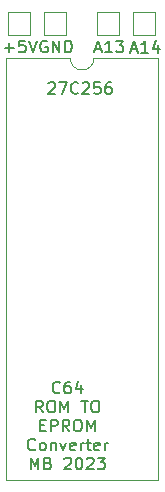
<source format=gbr>
%TF.GenerationSoftware,KiCad,Pcbnew,7.0.6*%
%TF.CreationDate,2023-08-02T16:45:22+10:00*%
%TF.ProjectId,c64 rom,63363420-726f-46d2-9e6b-696361645f70,rev?*%
%TF.SameCoordinates,Original*%
%TF.FileFunction,Legend,Top*%
%TF.FilePolarity,Positive*%
%FSLAX46Y46*%
G04 Gerber Fmt 4.6, Leading zero omitted, Abs format (unit mm)*
G04 Created by KiCad (PCBNEW 7.0.6) date 2023-08-02 16:45:22*
%MOMM*%
%LPD*%
G01*
G04 APERTURE LIST*
%ADD10C,0.150000*%
%ADD11C,0.120000*%
G04 APERTURE END LIST*
D10*
X81155241Y-68452893D02*
X81107622Y-68500513D01*
X81107622Y-68500513D02*
X80964765Y-68548132D01*
X80964765Y-68548132D02*
X80869527Y-68548132D01*
X80869527Y-68548132D02*
X80726670Y-68500513D01*
X80726670Y-68500513D02*
X80631432Y-68405274D01*
X80631432Y-68405274D02*
X80583813Y-68310036D01*
X80583813Y-68310036D02*
X80536194Y-68119560D01*
X80536194Y-68119560D02*
X80536194Y-67976703D01*
X80536194Y-67976703D02*
X80583813Y-67786227D01*
X80583813Y-67786227D02*
X80631432Y-67690989D01*
X80631432Y-67690989D02*
X80726670Y-67595751D01*
X80726670Y-67595751D02*
X80869527Y-67548132D01*
X80869527Y-67548132D02*
X80964765Y-67548132D01*
X80964765Y-67548132D02*
X81107622Y-67595751D01*
X81107622Y-67595751D02*
X81155241Y-67643370D01*
X82012384Y-67548132D02*
X81821908Y-67548132D01*
X81821908Y-67548132D02*
X81726670Y-67595751D01*
X81726670Y-67595751D02*
X81679051Y-67643370D01*
X81679051Y-67643370D02*
X81583813Y-67786227D01*
X81583813Y-67786227D02*
X81536194Y-67976703D01*
X81536194Y-67976703D02*
X81536194Y-68357655D01*
X81536194Y-68357655D02*
X81583813Y-68452893D01*
X81583813Y-68452893D02*
X81631432Y-68500513D01*
X81631432Y-68500513D02*
X81726670Y-68548132D01*
X81726670Y-68548132D02*
X81917146Y-68548132D01*
X81917146Y-68548132D02*
X82012384Y-68500513D01*
X82012384Y-68500513D02*
X82060003Y-68452893D01*
X82060003Y-68452893D02*
X82107622Y-68357655D01*
X82107622Y-68357655D02*
X82107622Y-68119560D01*
X82107622Y-68119560D02*
X82060003Y-68024322D01*
X82060003Y-68024322D02*
X82012384Y-67976703D01*
X82012384Y-67976703D02*
X81917146Y-67929084D01*
X81917146Y-67929084D02*
X81726670Y-67929084D01*
X81726670Y-67929084D02*
X81631432Y-67976703D01*
X81631432Y-67976703D02*
X81583813Y-68024322D01*
X81583813Y-68024322D02*
X81536194Y-68119560D01*
X82964765Y-67881465D02*
X82964765Y-68548132D01*
X82726670Y-67500513D02*
X82488575Y-68214798D01*
X82488575Y-68214798D02*
X83107622Y-68214798D01*
X79726670Y-70158132D02*
X79393337Y-69681941D01*
X79155242Y-70158132D02*
X79155242Y-69158132D01*
X79155242Y-69158132D02*
X79536194Y-69158132D01*
X79536194Y-69158132D02*
X79631432Y-69205751D01*
X79631432Y-69205751D02*
X79679051Y-69253370D01*
X79679051Y-69253370D02*
X79726670Y-69348608D01*
X79726670Y-69348608D02*
X79726670Y-69491465D01*
X79726670Y-69491465D02*
X79679051Y-69586703D01*
X79679051Y-69586703D02*
X79631432Y-69634322D01*
X79631432Y-69634322D02*
X79536194Y-69681941D01*
X79536194Y-69681941D02*
X79155242Y-69681941D01*
X80345718Y-69158132D02*
X80536194Y-69158132D01*
X80536194Y-69158132D02*
X80631432Y-69205751D01*
X80631432Y-69205751D02*
X80726670Y-69300989D01*
X80726670Y-69300989D02*
X80774289Y-69491465D01*
X80774289Y-69491465D02*
X80774289Y-69824798D01*
X80774289Y-69824798D02*
X80726670Y-70015274D01*
X80726670Y-70015274D02*
X80631432Y-70110513D01*
X80631432Y-70110513D02*
X80536194Y-70158132D01*
X80536194Y-70158132D02*
X80345718Y-70158132D01*
X80345718Y-70158132D02*
X80250480Y-70110513D01*
X80250480Y-70110513D02*
X80155242Y-70015274D01*
X80155242Y-70015274D02*
X80107623Y-69824798D01*
X80107623Y-69824798D02*
X80107623Y-69491465D01*
X80107623Y-69491465D02*
X80155242Y-69300989D01*
X80155242Y-69300989D02*
X80250480Y-69205751D01*
X80250480Y-69205751D02*
X80345718Y-69158132D01*
X81202861Y-70158132D02*
X81202861Y-69158132D01*
X81202861Y-69158132D02*
X81536194Y-69872417D01*
X81536194Y-69872417D02*
X81869527Y-69158132D01*
X81869527Y-69158132D02*
X81869527Y-70158132D01*
X82964766Y-69158132D02*
X83536194Y-69158132D01*
X83250480Y-70158132D02*
X83250480Y-69158132D01*
X84060004Y-69158132D02*
X84250480Y-69158132D01*
X84250480Y-69158132D02*
X84345718Y-69205751D01*
X84345718Y-69205751D02*
X84440956Y-69300989D01*
X84440956Y-69300989D02*
X84488575Y-69491465D01*
X84488575Y-69491465D02*
X84488575Y-69824798D01*
X84488575Y-69824798D02*
X84440956Y-70015274D01*
X84440956Y-70015274D02*
X84345718Y-70110513D01*
X84345718Y-70110513D02*
X84250480Y-70158132D01*
X84250480Y-70158132D02*
X84060004Y-70158132D01*
X84060004Y-70158132D02*
X83964766Y-70110513D01*
X83964766Y-70110513D02*
X83869528Y-70015274D01*
X83869528Y-70015274D02*
X83821909Y-69824798D01*
X83821909Y-69824798D02*
X83821909Y-69491465D01*
X83821909Y-69491465D02*
X83869528Y-69300989D01*
X83869528Y-69300989D02*
X83964766Y-69205751D01*
X83964766Y-69205751D02*
X84060004Y-69158132D01*
X79488575Y-71244322D02*
X79821908Y-71244322D01*
X79964765Y-71768132D02*
X79488575Y-71768132D01*
X79488575Y-71768132D02*
X79488575Y-70768132D01*
X79488575Y-70768132D02*
X79964765Y-70768132D01*
X80393337Y-71768132D02*
X80393337Y-70768132D01*
X80393337Y-70768132D02*
X80774289Y-70768132D01*
X80774289Y-70768132D02*
X80869527Y-70815751D01*
X80869527Y-70815751D02*
X80917146Y-70863370D01*
X80917146Y-70863370D02*
X80964765Y-70958608D01*
X80964765Y-70958608D02*
X80964765Y-71101465D01*
X80964765Y-71101465D02*
X80917146Y-71196703D01*
X80917146Y-71196703D02*
X80869527Y-71244322D01*
X80869527Y-71244322D02*
X80774289Y-71291941D01*
X80774289Y-71291941D02*
X80393337Y-71291941D01*
X81964765Y-71768132D02*
X81631432Y-71291941D01*
X81393337Y-71768132D02*
X81393337Y-70768132D01*
X81393337Y-70768132D02*
X81774289Y-70768132D01*
X81774289Y-70768132D02*
X81869527Y-70815751D01*
X81869527Y-70815751D02*
X81917146Y-70863370D01*
X81917146Y-70863370D02*
X81964765Y-70958608D01*
X81964765Y-70958608D02*
X81964765Y-71101465D01*
X81964765Y-71101465D02*
X81917146Y-71196703D01*
X81917146Y-71196703D02*
X81869527Y-71244322D01*
X81869527Y-71244322D02*
X81774289Y-71291941D01*
X81774289Y-71291941D02*
X81393337Y-71291941D01*
X82583813Y-70768132D02*
X82774289Y-70768132D01*
X82774289Y-70768132D02*
X82869527Y-70815751D01*
X82869527Y-70815751D02*
X82964765Y-70910989D01*
X82964765Y-70910989D02*
X83012384Y-71101465D01*
X83012384Y-71101465D02*
X83012384Y-71434798D01*
X83012384Y-71434798D02*
X82964765Y-71625274D01*
X82964765Y-71625274D02*
X82869527Y-71720513D01*
X82869527Y-71720513D02*
X82774289Y-71768132D01*
X82774289Y-71768132D02*
X82583813Y-71768132D01*
X82583813Y-71768132D02*
X82488575Y-71720513D01*
X82488575Y-71720513D02*
X82393337Y-71625274D01*
X82393337Y-71625274D02*
X82345718Y-71434798D01*
X82345718Y-71434798D02*
X82345718Y-71101465D01*
X82345718Y-71101465D02*
X82393337Y-70910989D01*
X82393337Y-70910989D02*
X82488575Y-70815751D01*
X82488575Y-70815751D02*
X82583813Y-70768132D01*
X83440956Y-71768132D02*
X83440956Y-70768132D01*
X83440956Y-70768132D02*
X83774289Y-71482417D01*
X83774289Y-71482417D02*
X84107622Y-70768132D01*
X84107622Y-70768132D02*
X84107622Y-71768132D01*
X79060002Y-73282893D02*
X79012383Y-73330513D01*
X79012383Y-73330513D02*
X78869526Y-73378132D01*
X78869526Y-73378132D02*
X78774288Y-73378132D01*
X78774288Y-73378132D02*
X78631431Y-73330513D01*
X78631431Y-73330513D02*
X78536193Y-73235274D01*
X78536193Y-73235274D02*
X78488574Y-73140036D01*
X78488574Y-73140036D02*
X78440955Y-72949560D01*
X78440955Y-72949560D02*
X78440955Y-72806703D01*
X78440955Y-72806703D02*
X78488574Y-72616227D01*
X78488574Y-72616227D02*
X78536193Y-72520989D01*
X78536193Y-72520989D02*
X78631431Y-72425751D01*
X78631431Y-72425751D02*
X78774288Y-72378132D01*
X78774288Y-72378132D02*
X78869526Y-72378132D01*
X78869526Y-72378132D02*
X79012383Y-72425751D01*
X79012383Y-72425751D02*
X79060002Y-72473370D01*
X79631431Y-73378132D02*
X79536193Y-73330513D01*
X79536193Y-73330513D02*
X79488574Y-73282893D01*
X79488574Y-73282893D02*
X79440955Y-73187655D01*
X79440955Y-73187655D02*
X79440955Y-72901941D01*
X79440955Y-72901941D02*
X79488574Y-72806703D01*
X79488574Y-72806703D02*
X79536193Y-72759084D01*
X79536193Y-72759084D02*
X79631431Y-72711465D01*
X79631431Y-72711465D02*
X79774288Y-72711465D01*
X79774288Y-72711465D02*
X79869526Y-72759084D01*
X79869526Y-72759084D02*
X79917145Y-72806703D01*
X79917145Y-72806703D02*
X79964764Y-72901941D01*
X79964764Y-72901941D02*
X79964764Y-73187655D01*
X79964764Y-73187655D02*
X79917145Y-73282893D01*
X79917145Y-73282893D02*
X79869526Y-73330513D01*
X79869526Y-73330513D02*
X79774288Y-73378132D01*
X79774288Y-73378132D02*
X79631431Y-73378132D01*
X80393336Y-72711465D02*
X80393336Y-73378132D01*
X80393336Y-72806703D02*
X80440955Y-72759084D01*
X80440955Y-72759084D02*
X80536193Y-72711465D01*
X80536193Y-72711465D02*
X80679050Y-72711465D01*
X80679050Y-72711465D02*
X80774288Y-72759084D01*
X80774288Y-72759084D02*
X80821907Y-72854322D01*
X80821907Y-72854322D02*
X80821907Y-73378132D01*
X81202860Y-72711465D02*
X81440955Y-73378132D01*
X81440955Y-73378132D02*
X81679050Y-72711465D01*
X82440955Y-73330513D02*
X82345717Y-73378132D01*
X82345717Y-73378132D02*
X82155241Y-73378132D01*
X82155241Y-73378132D02*
X82060003Y-73330513D01*
X82060003Y-73330513D02*
X82012384Y-73235274D01*
X82012384Y-73235274D02*
X82012384Y-72854322D01*
X82012384Y-72854322D02*
X82060003Y-72759084D01*
X82060003Y-72759084D02*
X82155241Y-72711465D01*
X82155241Y-72711465D02*
X82345717Y-72711465D01*
X82345717Y-72711465D02*
X82440955Y-72759084D01*
X82440955Y-72759084D02*
X82488574Y-72854322D01*
X82488574Y-72854322D02*
X82488574Y-72949560D01*
X82488574Y-72949560D02*
X82012384Y-73044798D01*
X82917146Y-73378132D02*
X82917146Y-72711465D01*
X82917146Y-72901941D02*
X82964765Y-72806703D01*
X82964765Y-72806703D02*
X83012384Y-72759084D01*
X83012384Y-72759084D02*
X83107622Y-72711465D01*
X83107622Y-72711465D02*
X83202860Y-72711465D01*
X83393337Y-72711465D02*
X83774289Y-72711465D01*
X83536194Y-72378132D02*
X83536194Y-73235274D01*
X83536194Y-73235274D02*
X83583813Y-73330513D01*
X83583813Y-73330513D02*
X83679051Y-73378132D01*
X83679051Y-73378132D02*
X83774289Y-73378132D01*
X84488575Y-73330513D02*
X84393337Y-73378132D01*
X84393337Y-73378132D02*
X84202861Y-73378132D01*
X84202861Y-73378132D02*
X84107623Y-73330513D01*
X84107623Y-73330513D02*
X84060004Y-73235274D01*
X84060004Y-73235274D02*
X84060004Y-72854322D01*
X84060004Y-72854322D02*
X84107623Y-72759084D01*
X84107623Y-72759084D02*
X84202861Y-72711465D01*
X84202861Y-72711465D02*
X84393337Y-72711465D01*
X84393337Y-72711465D02*
X84488575Y-72759084D01*
X84488575Y-72759084D02*
X84536194Y-72854322D01*
X84536194Y-72854322D02*
X84536194Y-72949560D01*
X84536194Y-72949560D02*
X84060004Y-73044798D01*
X84964766Y-73378132D02*
X84964766Y-72711465D01*
X84964766Y-72901941D02*
X85012385Y-72806703D01*
X85012385Y-72806703D02*
X85060004Y-72759084D01*
X85060004Y-72759084D02*
X85155242Y-72711465D01*
X85155242Y-72711465D02*
X85250480Y-72711465D01*
X78679051Y-74988132D02*
X78679051Y-73988132D01*
X78679051Y-73988132D02*
X79012384Y-74702417D01*
X79012384Y-74702417D02*
X79345717Y-73988132D01*
X79345717Y-73988132D02*
X79345717Y-74988132D01*
X80155241Y-74464322D02*
X80298098Y-74511941D01*
X80298098Y-74511941D02*
X80345717Y-74559560D01*
X80345717Y-74559560D02*
X80393336Y-74654798D01*
X80393336Y-74654798D02*
X80393336Y-74797655D01*
X80393336Y-74797655D02*
X80345717Y-74892893D01*
X80345717Y-74892893D02*
X80298098Y-74940513D01*
X80298098Y-74940513D02*
X80202860Y-74988132D01*
X80202860Y-74988132D02*
X79821908Y-74988132D01*
X79821908Y-74988132D02*
X79821908Y-73988132D01*
X79821908Y-73988132D02*
X80155241Y-73988132D01*
X80155241Y-73988132D02*
X80250479Y-74035751D01*
X80250479Y-74035751D02*
X80298098Y-74083370D01*
X80298098Y-74083370D02*
X80345717Y-74178608D01*
X80345717Y-74178608D02*
X80345717Y-74273846D01*
X80345717Y-74273846D02*
X80298098Y-74369084D01*
X80298098Y-74369084D02*
X80250479Y-74416703D01*
X80250479Y-74416703D02*
X80155241Y-74464322D01*
X80155241Y-74464322D02*
X79821908Y-74464322D01*
X81536194Y-74083370D02*
X81583813Y-74035751D01*
X81583813Y-74035751D02*
X81679051Y-73988132D01*
X81679051Y-73988132D02*
X81917146Y-73988132D01*
X81917146Y-73988132D02*
X82012384Y-74035751D01*
X82012384Y-74035751D02*
X82060003Y-74083370D01*
X82060003Y-74083370D02*
X82107622Y-74178608D01*
X82107622Y-74178608D02*
X82107622Y-74273846D01*
X82107622Y-74273846D02*
X82060003Y-74416703D01*
X82060003Y-74416703D02*
X81488575Y-74988132D01*
X81488575Y-74988132D02*
X82107622Y-74988132D01*
X82726670Y-73988132D02*
X82821908Y-73988132D01*
X82821908Y-73988132D02*
X82917146Y-74035751D01*
X82917146Y-74035751D02*
X82964765Y-74083370D01*
X82964765Y-74083370D02*
X83012384Y-74178608D01*
X83012384Y-74178608D02*
X83060003Y-74369084D01*
X83060003Y-74369084D02*
X83060003Y-74607179D01*
X83060003Y-74607179D02*
X83012384Y-74797655D01*
X83012384Y-74797655D02*
X82964765Y-74892893D01*
X82964765Y-74892893D02*
X82917146Y-74940513D01*
X82917146Y-74940513D02*
X82821908Y-74988132D01*
X82821908Y-74988132D02*
X82726670Y-74988132D01*
X82726670Y-74988132D02*
X82631432Y-74940513D01*
X82631432Y-74940513D02*
X82583813Y-74892893D01*
X82583813Y-74892893D02*
X82536194Y-74797655D01*
X82536194Y-74797655D02*
X82488575Y-74607179D01*
X82488575Y-74607179D02*
X82488575Y-74369084D01*
X82488575Y-74369084D02*
X82536194Y-74178608D01*
X82536194Y-74178608D02*
X82583813Y-74083370D01*
X82583813Y-74083370D02*
X82631432Y-74035751D01*
X82631432Y-74035751D02*
X82726670Y-73988132D01*
X83440956Y-74083370D02*
X83488575Y-74035751D01*
X83488575Y-74035751D02*
X83583813Y-73988132D01*
X83583813Y-73988132D02*
X83821908Y-73988132D01*
X83821908Y-73988132D02*
X83917146Y-74035751D01*
X83917146Y-74035751D02*
X83964765Y-74083370D01*
X83964765Y-74083370D02*
X84012384Y-74178608D01*
X84012384Y-74178608D02*
X84012384Y-74273846D01*
X84012384Y-74273846D02*
X83964765Y-74416703D01*
X83964765Y-74416703D02*
X83393337Y-74988132D01*
X83393337Y-74988132D02*
X84012384Y-74988132D01*
X84345718Y-73988132D02*
X84964765Y-73988132D01*
X84964765Y-73988132D02*
X84631432Y-74369084D01*
X84631432Y-74369084D02*
X84774289Y-74369084D01*
X84774289Y-74369084D02*
X84869527Y-74416703D01*
X84869527Y-74416703D02*
X84917146Y-74464322D01*
X84917146Y-74464322D02*
X84964765Y-74559560D01*
X84964765Y-74559560D02*
X84964765Y-74797655D01*
X84964765Y-74797655D02*
X84917146Y-74892893D01*
X84917146Y-74892893D02*
X84869527Y-74940513D01*
X84869527Y-74940513D02*
X84774289Y-74988132D01*
X84774289Y-74988132D02*
X84488575Y-74988132D01*
X84488575Y-74988132D02*
X84393337Y-74940513D01*
X84393337Y-74940513D02*
X84345718Y-74892893D01*
X87206271Y-39403261D02*
X87682461Y-39403261D01*
X87111033Y-39688976D02*
X87444366Y-38688976D01*
X87444366Y-38688976D02*
X87777699Y-39688976D01*
X88634842Y-39688976D02*
X88063414Y-39688976D01*
X88349128Y-39688976D02*
X88349128Y-38688976D01*
X88349128Y-38688976D02*
X88253890Y-38831833D01*
X88253890Y-38831833D02*
X88158652Y-38927071D01*
X88158652Y-38927071D02*
X88063414Y-38974690D01*
X89491985Y-39022309D02*
X89491985Y-39688976D01*
X89253890Y-38641357D02*
X89015795Y-39355642D01*
X89015795Y-39355642D02*
X89634842Y-39355642D01*
X80068842Y-38727495D02*
X79973604Y-38679876D01*
X79973604Y-38679876D02*
X79830747Y-38679876D01*
X79830747Y-38679876D02*
X79687890Y-38727495D01*
X79687890Y-38727495D02*
X79592652Y-38822733D01*
X79592652Y-38822733D02*
X79545033Y-38917971D01*
X79545033Y-38917971D02*
X79497414Y-39108447D01*
X79497414Y-39108447D02*
X79497414Y-39251304D01*
X79497414Y-39251304D02*
X79545033Y-39441780D01*
X79545033Y-39441780D02*
X79592652Y-39537018D01*
X79592652Y-39537018D02*
X79687890Y-39632257D01*
X79687890Y-39632257D02*
X79830747Y-39679876D01*
X79830747Y-39679876D02*
X79925985Y-39679876D01*
X79925985Y-39679876D02*
X80068842Y-39632257D01*
X80068842Y-39632257D02*
X80116461Y-39584637D01*
X80116461Y-39584637D02*
X80116461Y-39251304D01*
X80116461Y-39251304D02*
X79925985Y-39251304D01*
X80545033Y-39679876D02*
X80545033Y-38679876D01*
X80545033Y-38679876D02*
X81116461Y-39679876D01*
X81116461Y-39679876D02*
X81116461Y-38679876D01*
X81592652Y-39679876D02*
X81592652Y-38679876D01*
X81592652Y-38679876D02*
X81830747Y-38679876D01*
X81830747Y-38679876D02*
X81973604Y-38727495D01*
X81973604Y-38727495D02*
X82068842Y-38822733D01*
X82068842Y-38822733D02*
X82116461Y-38917971D01*
X82116461Y-38917971D02*
X82164080Y-39108447D01*
X82164080Y-39108447D02*
X82164080Y-39251304D01*
X82164080Y-39251304D02*
X82116461Y-39441780D01*
X82116461Y-39441780D02*
X82068842Y-39537018D01*
X82068842Y-39537018D02*
X81973604Y-39632257D01*
X81973604Y-39632257D02*
X81830747Y-39679876D01*
X81830747Y-39679876D02*
X81592652Y-39679876D01*
X84159171Y-39394161D02*
X84635361Y-39394161D01*
X84063933Y-39679876D02*
X84397266Y-38679876D01*
X84397266Y-38679876D02*
X84730599Y-39679876D01*
X85587742Y-39679876D02*
X85016314Y-39679876D01*
X85302028Y-39679876D02*
X85302028Y-38679876D01*
X85302028Y-38679876D02*
X85206790Y-38822733D01*
X85206790Y-38822733D02*
X85111552Y-38917971D01*
X85111552Y-38917971D02*
X85016314Y-38965590D01*
X85921076Y-38679876D02*
X86540123Y-38679876D01*
X86540123Y-38679876D02*
X86206790Y-39060828D01*
X86206790Y-39060828D02*
X86349647Y-39060828D01*
X86349647Y-39060828D02*
X86444885Y-39108447D01*
X86444885Y-39108447D02*
X86492504Y-39156066D01*
X86492504Y-39156066D02*
X86540123Y-39251304D01*
X86540123Y-39251304D02*
X86540123Y-39489399D01*
X86540123Y-39489399D02*
X86492504Y-39584637D01*
X86492504Y-39584637D02*
X86444885Y-39632257D01*
X86444885Y-39632257D02*
X86349647Y-39679876D01*
X86349647Y-39679876D02*
X86063933Y-39679876D01*
X86063933Y-39679876D02*
X85968695Y-39632257D01*
X85968695Y-39632257D02*
X85921076Y-39584637D01*
X76495204Y-39298923D02*
X77257109Y-39298923D01*
X76876156Y-39679876D02*
X76876156Y-38917971D01*
X78209489Y-38679876D02*
X77733299Y-38679876D01*
X77733299Y-38679876D02*
X77685680Y-39156066D01*
X77685680Y-39156066D02*
X77733299Y-39108447D01*
X77733299Y-39108447D02*
X77828537Y-39060828D01*
X77828537Y-39060828D02*
X78066632Y-39060828D01*
X78066632Y-39060828D02*
X78161870Y-39108447D01*
X78161870Y-39108447D02*
X78209489Y-39156066D01*
X78209489Y-39156066D02*
X78257108Y-39251304D01*
X78257108Y-39251304D02*
X78257108Y-39489399D01*
X78257108Y-39489399D02*
X78209489Y-39584637D01*
X78209489Y-39584637D02*
X78161870Y-39632257D01*
X78161870Y-39632257D02*
X78066632Y-39679876D01*
X78066632Y-39679876D02*
X77828537Y-39679876D01*
X77828537Y-39679876D02*
X77733299Y-39632257D01*
X77733299Y-39632257D02*
X77685680Y-39584637D01*
X78542823Y-38679876D02*
X78876156Y-39679876D01*
X78876156Y-39679876D02*
X79209489Y-38679876D01*
X80181326Y-42291230D02*
X80228945Y-42243611D01*
X80228945Y-42243611D02*
X80324183Y-42195992D01*
X80324183Y-42195992D02*
X80562278Y-42195992D01*
X80562278Y-42195992D02*
X80657516Y-42243611D01*
X80657516Y-42243611D02*
X80705135Y-42291230D01*
X80705135Y-42291230D02*
X80752754Y-42386468D01*
X80752754Y-42386468D02*
X80752754Y-42481706D01*
X80752754Y-42481706D02*
X80705135Y-42624563D01*
X80705135Y-42624563D02*
X80133707Y-43195992D01*
X80133707Y-43195992D02*
X80752754Y-43195992D01*
X81086088Y-42195992D02*
X81752754Y-42195992D01*
X81752754Y-42195992D02*
X81324183Y-43195992D01*
X82705135Y-43100753D02*
X82657516Y-43148373D01*
X82657516Y-43148373D02*
X82514659Y-43195992D01*
X82514659Y-43195992D02*
X82419421Y-43195992D01*
X82419421Y-43195992D02*
X82276564Y-43148373D01*
X82276564Y-43148373D02*
X82181326Y-43053134D01*
X82181326Y-43053134D02*
X82133707Y-42957896D01*
X82133707Y-42957896D02*
X82086088Y-42767420D01*
X82086088Y-42767420D02*
X82086088Y-42624563D01*
X82086088Y-42624563D02*
X82133707Y-42434087D01*
X82133707Y-42434087D02*
X82181326Y-42338849D01*
X82181326Y-42338849D02*
X82276564Y-42243611D01*
X82276564Y-42243611D02*
X82419421Y-42195992D01*
X82419421Y-42195992D02*
X82514659Y-42195992D01*
X82514659Y-42195992D02*
X82657516Y-42243611D01*
X82657516Y-42243611D02*
X82705135Y-42291230D01*
X83086088Y-42291230D02*
X83133707Y-42243611D01*
X83133707Y-42243611D02*
X83228945Y-42195992D01*
X83228945Y-42195992D02*
X83467040Y-42195992D01*
X83467040Y-42195992D02*
X83562278Y-42243611D01*
X83562278Y-42243611D02*
X83609897Y-42291230D01*
X83609897Y-42291230D02*
X83657516Y-42386468D01*
X83657516Y-42386468D02*
X83657516Y-42481706D01*
X83657516Y-42481706D02*
X83609897Y-42624563D01*
X83609897Y-42624563D02*
X83038469Y-43195992D01*
X83038469Y-43195992D02*
X83657516Y-43195992D01*
X84562278Y-42195992D02*
X84086088Y-42195992D01*
X84086088Y-42195992D02*
X84038469Y-42672182D01*
X84038469Y-42672182D02*
X84086088Y-42624563D01*
X84086088Y-42624563D02*
X84181326Y-42576944D01*
X84181326Y-42576944D02*
X84419421Y-42576944D01*
X84419421Y-42576944D02*
X84514659Y-42624563D01*
X84514659Y-42624563D02*
X84562278Y-42672182D01*
X84562278Y-42672182D02*
X84609897Y-42767420D01*
X84609897Y-42767420D02*
X84609897Y-43005515D01*
X84609897Y-43005515D02*
X84562278Y-43100753D01*
X84562278Y-43100753D02*
X84514659Y-43148373D01*
X84514659Y-43148373D02*
X84419421Y-43195992D01*
X84419421Y-43195992D02*
X84181326Y-43195992D01*
X84181326Y-43195992D02*
X84086088Y-43148373D01*
X84086088Y-43148373D02*
X84038469Y-43100753D01*
X85467040Y-42195992D02*
X85276564Y-42195992D01*
X85276564Y-42195992D02*
X85181326Y-42243611D01*
X85181326Y-42243611D02*
X85133707Y-42291230D01*
X85133707Y-42291230D02*
X85038469Y-42434087D01*
X85038469Y-42434087D02*
X84990850Y-42624563D01*
X84990850Y-42624563D02*
X84990850Y-43005515D01*
X84990850Y-43005515D02*
X85038469Y-43100753D01*
X85038469Y-43100753D02*
X85086088Y-43148373D01*
X85086088Y-43148373D02*
X85181326Y-43195992D01*
X85181326Y-43195992D02*
X85371802Y-43195992D01*
X85371802Y-43195992D02*
X85467040Y-43148373D01*
X85467040Y-43148373D02*
X85514659Y-43100753D01*
X85514659Y-43100753D02*
X85562278Y-43005515D01*
X85562278Y-43005515D02*
X85562278Y-42767420D01*
X85562278Y-42767420D02*
X85514659Y-42672182D01*
X85514659Y-42672182D02*
X85467040Y-42624563D01*
X85467040Y-42624563D02*
X85371802Y-42576944D01*
X85371802Y-42576944D02*
X85181326Y-42576944D01*
X85181326Y-42576944D02*
X85086088Y-42624563D01*
X85086088Y-42624563D02*
X85038469Y-42672182D01*
X85038469Y-42672182D02*
X84990850Y-42767420D01*
D11*
%TO.C,A14*%
X87388700Y-36293000D02*
X87388700Y-38193000D01*
X87388700Y-38193000D02*
X89238700Y-38193000D01*
X89238700Y-36293000D02*
X87388700Y-36293000D01*
X89238700Y-36343000D02*
X89238700Y-36293000D01*
X89238700Y-38193000D02*
X89238700Y-36343000D01*
%TO.C,GND1*%
X79822700Y-36283900D02*
X79822700Y-38183900D01*
X79822700Y-38183900D02*
X81672700Y-38183900D01*
X81672700Y-36283900D02*
X79822700Y-36283900D01*
X81672700Y-36333900D02*
X81672700Y-36283900D01*
X81672700Y-38183900D02*
X81672700Y-36333900D01*
%TO.C,A13*%
X84341600Y-36283900D02*
X84341600Y-38183900D01*
X84341600Y-38183900D02*
X86191600Y-38183900D01*
X86191600Y-36283900D02*
X84341600Y-36283900D01*
X86191600Y-36333900D02*
X86191600Y-36283900D01*
X86191600Y-38183900D02*
X86191600Y-36333900D01*
%TO.C,VCC1*%
X76791300Y-36283900D02*
X76791300Y-38183900D01*
X76791300Y-38183900D02*
X78641300Y-38183900D01*
X78641300Y-36283900D02*
X76791300Y-36283900D01*
X78641300Y-36333900D02*
X78641300Y-36283900D01*
X78641300Y-38183900D02*
X78641300Y-36333900D01*
%TO.C,U1*%
X76575900Y-40166900D02*
X76575900Y-75846900D01*
X76575900Y-75846900D02*
X89495900Y-75846900D01*
X82035900Y-40166900D02*
X76575900Y-40166900D01*
X89495900Y-40166900D02*
X84035900Y-40166900D01*
X89495900Y-75846900D02*
X89495900Y-40166900D01*
X82035900Y-40166900D02*
G75*
G03*
X84035900Y-40166900I1000000J0D01*
G01*
%TD*%
M02*

</source>
